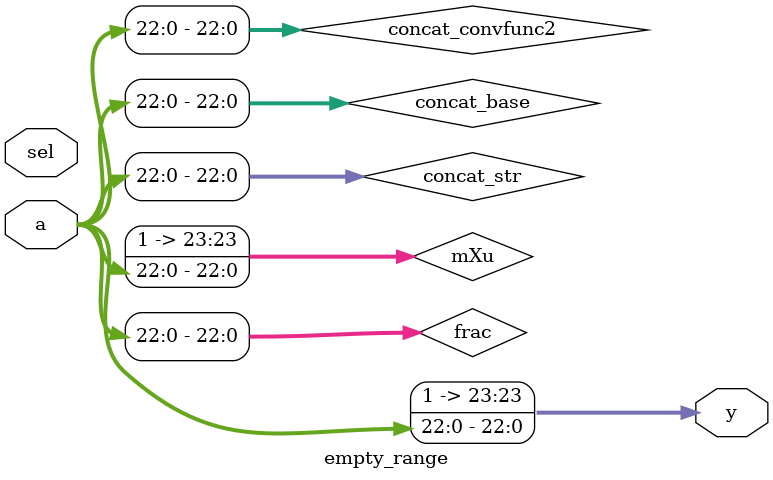
<source format=v>

module empty_range(
input wire [23:0] a,
input wire [31:0] sel,
output wire [23:0] y
);




wire [22:0] frac;
wire [23:0] mXu;
wire [22:0] concat_str;
wire [22:0] concat_base;
wire [22:0] concat_convfunc2;

  // guard: when sel = -1, the slice (sel downto 0) would be invalid; expect scalar fallback in translation
  assign frac = a[22:0];
  assign mXu = {1'b1,frac};
  // width must remain 24 without 0'b or negative ranges
  assign y = mXu;
  // empty string literal should not force width (len=0)
  assign concat_str = frac;
  // empty based literal (NAME STRING) should not force width (len=0)
  assign concat_base = frac;
  // CONVFUNC_2 zero-width: should not introduce sized literal
  assign concat_convfunc2 = frac;

endmodule

</source>
